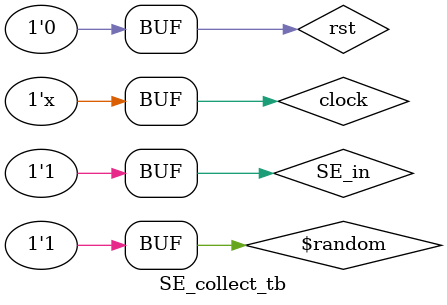
<source format=v>
module SE_collect_tb;
    reg  clock=0, rst=0;
    reg SE_in=1'b1;
	wire [3:0] Serial_out;
	wire [1:0] Port_number;
	wire Valid;
 
    
    Toplevel UUT (clock, rst, SE_in, Valid,  Serial_out, Port_number);
    
    always #5 clock = ~clock;

    initial begin
		#10 SE_in= 1'b1;
        #10 rst = 1;
        #10 rst = 0;
		
    end

	initial repeat(1000) #10 SE_in=$random;
	
endmodule
</source>
